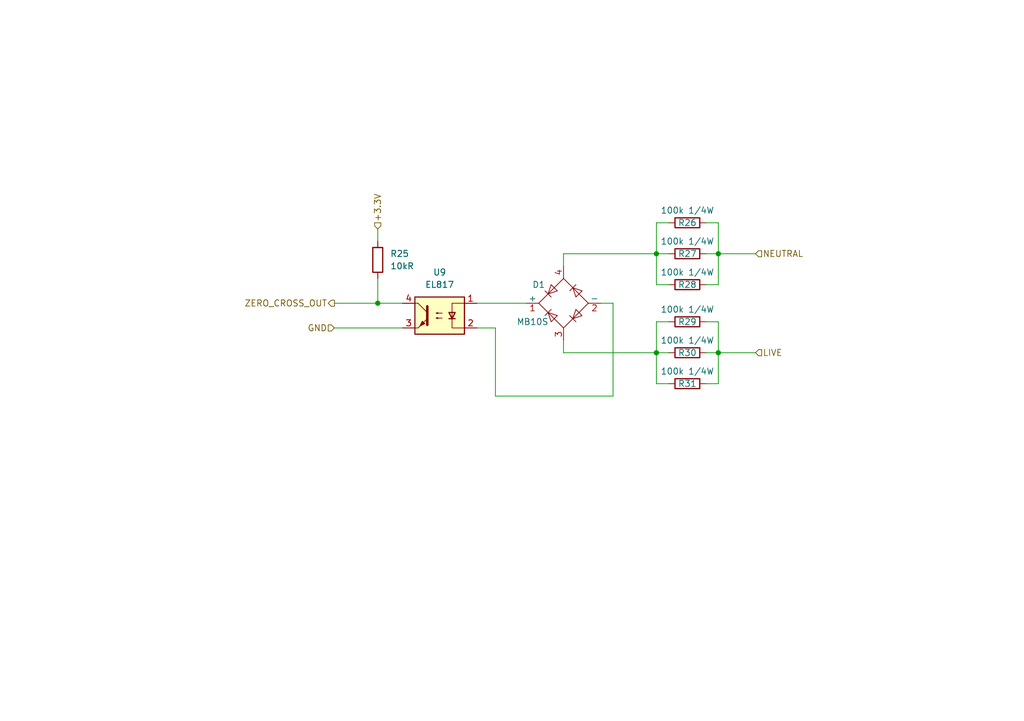
<source format=kicad_sch>
(kicad_sch (version 20230121) (generator eeschema)
  (paper "A5")
  (lib_symbols
    (symbol "Device:R" (pin_numbers hide) (pin_names (offset 0))
      (property "Reference" "R" (at 2.032 0 90))
      (property "Value" "R" (at 0 0 90))
      (symbol "R_0_1"
        (rectangle (start -1.016 -2.54) (end 1.016 2.54) (stroke (width 0.254)))
      )
      (symbol "R_1_1"
        (pin passive line (at 0 3.81 270) (length 1.27) (name "~") (number "1"))
        (pin passive line (at 0 -3.81 90) (length 1.27) (name "~") (number "2"))
      )
    )
    (symbol "Diode_Bridge:ABS6" (pin_names (offset 0))
      (property "Reference" "D" (at 2.54 6.985 0))
      (property "Value" "ABS6" (at 2.54 5.08 0))
      (symbol "ABS6_0_1"
        (polyline (pts (xy -2.54 3.81) (xy -1.27 2.54)))
        (polyline (pts (xy -1.27 -2.54) (xy -2.54 -3.81)))
        (polyline (pts (xy 2.54 -1.27) (xy 3.81 -2.54)))
        (polyline (pts (xy 2.54 1.27) (xy 3.81 2.54)))
        (polyline (pts (xy -3.81 2.54) (xy -2.54 1.27) (xy -1.905 3.175) (xy -3.81 2.54)))
        (polyline (pts (xy -2.54 -1.27) (xy -3.81 -2.54) (xy -1.905 -3.175) (xy -2.54 -1.27)))
        (polyline (pts (xy 1.27 2.54) (xy 2.54 3.81) (xy 3.175 1.905) (xy 1.27 2.54)))
        (polyline (pts (xy 3.175 -1.905) (xy 1.27 -2.54) (xy 2.54 -3.81) (xy 3.175 -1.905)))
        (polyline (pts (xy -5.08 0) (xy 0 -5.08) (xy 5.08 0) (xy 0 5.08) (xy -5.08 0)))
      )
      (symbol "ABS6_1_1"
        (pin passive line (at 7.62 0 180) (length 2.54) (name "+") (number "1"))
        (pin passive line (at -7.62 0 0) (length 2.54) (name "-") (number "2"))
        (pin passive line (at 0 -7.62 90) (length 2.54) (name "~") (number "3"))
        (pin passive line (at 0 7.62 270) (length 2.54) (name "~") (number "4"))
      )
    )
    (symbol "Isolator:EL817" (pin_names (offset 1.016))
      (property "Reference" "U" (at -5.08 5.08 0))
      (property "Value" "EL817" (at 0 5.08 0))
      (symbol "EL817_0_1"
        (rectangle (start -5.08 3.81) (end 5.08 -3.81) (stroke (width 0.254)) (fill (type background)))
        (polyline (pts (xy -3.175 -0.635) (xy -1.905 -0.635)) (stroke (width 0.254)))
        (polyline (pts (xy 2.54 0.635) (xy 4.445 2.54)))
        (polyline (pts (xy 4.445 -2.54) (xy 2.54 -0.635)) (fill (type outline)))
        (polyline (pts (xy 4.445 -2.54) (xy 5.08 -2.54)))
        (polyline (pts (xy 4.445 2.54) (xy 5.08 2.54)))
        (polyline (pts (xy -5.08 2.54) (xy -2.54 2.54) (xy -2.54 -0.635)))
        (polyline (pts (xy -2.54 -0.635) (xy -2.54 -2.54) (xy -5.08 -2.54)))
        (polyline (pts (xy 2.54 1.905) (xy 2.54 -1.905) (xy 2.54 -1.905)) (stroke (width 0.508)))
        (polyline (pts (xy -2.54 -0.635) (xy -3.175 0.635) (xy -1.905 0.635) (xy -2.54 -0.635)) (stroke (width 0.254)))
        (polyline (pts (xy -0.508 -0.508) (xy 0.762 -0.508) (xy 0.381 -0.635) (xy 0.381 -0.381) (xy 0.762 -0.508)))
        (polyline (pts (xy -0.508 0.508) (xy 0.762 0.508) (xy 0.381 0.381) (xy 0.381 0.635) (xy 0.762 0.508)))
        (polyline (pts (xy 3.048 -1.651) (xy 3.556 -1.143) (xy 4.064 -2.159) (xy 3.048 -1.651) (xy 3.048 -1.651)) (fill (type outline)))
      )
      (symbol "EL817_1_1"
        (pin passive line (at -7.62 2.54 0) (length 2.54) (name "~") (number "1"))
        (pin passive line (at -7.62 -2.54 0) (length 2.54) (name "~") (number "2"))
        (pin passive line (at 7.62 -2.54 180) (length 2.54) (name "~") (number "3"))
        (pin passive line (at 7.62 2.54 180) (length 2.54) (name "~") (number "4"))
      )
    )
  )
  (junction (at 77.47 62.23))
  (junction (at 134.62 52.07))
  (junction (at 134.62 72.39))
  (junction (at 147.32 52.07))
  (junction (at 147.32 72.39))
  (wire (pts (xy 115.57 52.07) (xy 134.62 52.07)))
  (wire (pts (xy 101.6 67.31) (xy 101.6 81.28)))
  (wire (pts (xy 115.57 72.39) (xy 134.62 72.39)))
  (wire (pts (xy 144.78 66.04) (xy 147.32 66.04)))
  (wire (pts (xy 134.62 72.39) (xy 134.62 78.74)))
  (wire (pts (xy 101.6 67.31) (xy 97.79 67.31)))
  (wire (pts (xy 144.78 52.07) (xy 147.32 52.07)))
  (wire (pts (xy 144.78 72.39) (xy 147.32 72.39)))
  (wire (pts (xy 134.62 72.39) (xy 134.62 66.04)))
  (wire (pts (xy 77.47 46.99) (xy 77.47 49.53)))
  (wire (pts (xy 147.32 72.39) (xy 154.94 72.39)))
  (wire (pts (xy 97.79 62.23) (xy 107.95 62.23)))
  (wire (pts (xy 147.32 66.04) (xy 147.32 72.39)))
  (wire (pts (xy 123.19 62.23) (xy 125.73 62.23)))
  (wire (pts (xy 147.32 52.07) (xy 154.94 52.07)))
  (wire (pts (xy 115.57 69.85) (xy 115.57 72.39)))
  (wire (pts (xy 134.62 52.07) (xy 134.62 45.72)))
  (wire (pts (xy 77.47 57.15) (xy 77.47 62.23)))
  (wire (pts (xy 134.62 72.39) (xy 137.16 72.39)))
  (wire (pts (xy 147.32 45.72) (xy 147.32 52.07)))
  (wire (pts (xy 68.58 62.23) (xy 77.47 62.23)))
  (wire (pts (xy 68.58 67.31) (xy 82.55 67.31)))
  (wire (pts (xy 134.62 58.42) (xy 137.16 58.42)))
  (wire (pts (xy 134.62 66.04) (xy 137.16 66.04)))
  (wire (pts (xy 125.73 81.28) (xy 101.6 81.28)))
  (wire (pts (xy 115.57 54.61) (xy 115.57 52.07)))
  (wire (pts (xy 134.62 52.07) (xy 137.16 52.07)))
  (wire (pts (xy 144.78 78.74) (xy 147.32 78.74)))
  (wire (pts (xy 144.78 45.72) (xy 147.32 45.72)))
  (wire (pts (xy 125.73 62.23) (xy 125.73 81.28)))
  (wire (pts (xy 134.62 78.74) (xy 137.16 78.74)))
  (wire (pts (xy 77.47 62.23) (xy 82.55 62.23)))
  (wire (pts (xy 144.78 58.42) (xy 147.32 58.42)))
  (wire (pts (xy 147.32 72.39) (xy 147.32 78.74)))
  (wire (pts (xy 134.62 52.07) (xy 134.62 58.42)))
  (wire (pts (xy 147.32 52.07) (xy 147.32 58.42)))
  (wire (pts (xy 134.62 45.72) (xy 137.16 45.72)))
  (hierarchical_label "GND" (shape input) (at 68.58 67.31 180))
  (hierarchical_label "+3.3V" (shape input) (at 77.47 46.99 90))
  (hierarchical_label "ZERO_CROSS_OUT" (shape output) (at 68.58 62.23 180))
  (hierarchical_label "LIVE" (shape input) (at 154.94 72.39 0))
  (hierarchical_label "NEUTRAL" (shape input) (at 154.94 52.07 0))
  (symbol (lib_id "Device:R") (at 140.97 78.74 90) (unit 1)
    (property "Reference" "R31" (at 140.97 78.74 90))
    (property "Value" "100k 1/4W" (at 140.97 76.2 90))
    (property "Footprint" "Resistor_SMD:R_1206_3216Metric" (effects hide))
  )
  (symbol (lib_id "Device:R") (at 140.97 72.39 90) (unit 1)
    (property "Reference" "R30" (at 140.97 72.39 90))
    (property "Value" "100k 1/4W" (at 140.97 69.85 90))
    (property "Footprint" "Resistor_SMD:R_1206_3216Metric" (effects hide))
  )
  (symbol (lib_id "Diode_Bridge:ABS6") (at 115.57 62.23 0) (mirror y) (unit 1)
    (property "Reference" "D1" (at 110.49 58.42 0))
    (property "Value" "MB10S" (at 109.22 66.04 0))
    (property "Footprint" "Package_TO_SOT_SMD:TO-269AA" (effects hide))
    (property "Datasheet" "https://diotec.com/tl_files/diotec/files/pdf/datasheets/abs2.pdf" (effects hide))
  )
  (symbol (lib_id "Device:R") (at 140.97 58.42 90) (unit 1)
    (property "Reference" "R28" (at 140.97 58.42 90))
    (property "Value" "100k 1/4W" (at 140.97 55.88 90))
    (property "Footprint" "Resistor_SMD:R_1206_3216Metric" (effects hide))
  )
  (symbol (lib_id "Device:R") (at 140.97 66.04 90) (unit 1)
    (property "Reference" "R29" (at 140.97 66.04 90))
    (property "Value" "100k 1/4W" (at 140.97 63.5 90))
    (property "Footprint" "Resistor_SMD:R_1206_3216Metric" (effects hide))
  )
  (symbol (lib_id "Device:R") (at 140.97 52.07 90) (unit 1)
    (property "Reference" "R27" (at 140.97 52.07 90))
    (property "Value" "100k 1/4W" (at 140.97 49.53 90))
    (property "Footprint" "Resistor_SMD:R_1206_3216Metric" (effects hide))
  )
  (symbol (lib_id "Device:R") (at 140.97 45.72 90) (unit 1)
    (property "Reference" "R26" (at 140.97 45.72 90))
    (property "Value" "100k 1/4W" (at 140.97 43.18 90))
    (property "Footprint" "Resistor_SMD:R_1206_3216Metric" (effects hide))
  )
  (symbol (lib_id "Isolator:EL817") (at 90.17 64.77 0) (mirror y) (unit 1)
    (property "Reference" "U9" (at 90.17 55.88 0))
    (property "Value" "EL817" (at 90.17 58.42 0))
    (property "Footprint" "Package_DIP:SMDIP-4_W9.53mm" (effects hide))
    (property "Datasheet" "http://www.everlight.com/file/ProductFile/EL817.pdf" (effects hide))
  )
  (symbol (lib_id "Device:R") (at 77.47 53.34 0) (unit 1)
    (property "Reference" "R25" (at 80.01 52.07 0) (effects (justify left)))
    (property "Value" "10kR" (at 80.01 54.61 0) (effects (justify left)))
    (property "Footprint" "Resistor_SMD:R_0805_2012Metric" (effects hide))
  )
)
</source>
